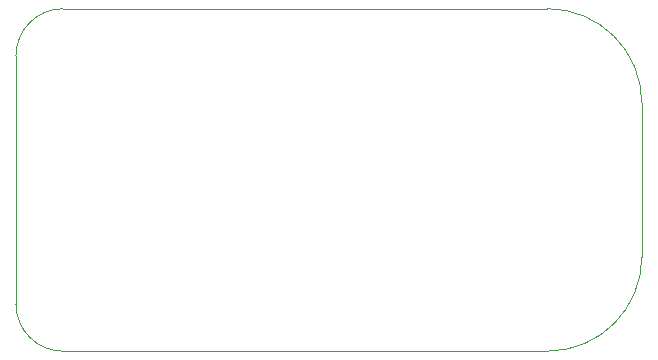
<source format=gm1>
%TF.GenerationSoftware,KiCad,Pcbnew,5.99.0-unknown-b691c18bfc~117~ubuntu20.10.1*%
%TF.CreationDate,2021-03-09T07:05:35+01:00*%
%TF.ProjectId,abrd,61627264-2e6b-4696-9361-645f70636258,rev?*%
%TF.SameCoordinates,Original*%
%TF.FileFunction,Profile,NP*%
%FSLAX46Y46*%
G04 Gerber Fmt 4.6, Leading zero omitted, Abs format (unit mm)*
G04 Created by KiCad (PCBNEW 5.99.0-unknown-b691c18bfc~117~ubuntu20.10.1) date 2021-03-09 07:05:35*
%MOMM*%
%LPD*%
G01*
G04 APERTURE LIST*
%TA.AperFunction,Profile*%
%ADD10C,0.038100*%
%TD*%
G04 APERTURE END LIST*
D10*
X172000000Y-81000000D02*
G75*
G02*
X164000000Y-89000000I-8000000J0D01*
G01*
X164000000Y-89000000D02*
X153000000Y-88999999D01*
X164000000Y-60000000D02*
X152000000Y-60000000D01*
X123000000Y-60000000D02*
G75*
G03*
X119000000Y-64000000I0J-4000000D01*
G01*
X172000000Y-68000000D02*
X172000000Y-81000000D01*
X123000000Y-89000000D02*
G75*
G02*
X119000000Y-85000000I0J4000000D01*
G01*
X172000000Y-68000000D02*
G75*
G03*
X164000000Y-60000000I-8000000J0D01*
G01*
X152000000Y-60000000D02*
X123000000Y-60000000D01*
X119000000Y-64000000D02*
X119000000Y-85000000D01*
X123000000Y-89000000D02*
X153000000Y-88999999D01*
M02*

</source>
